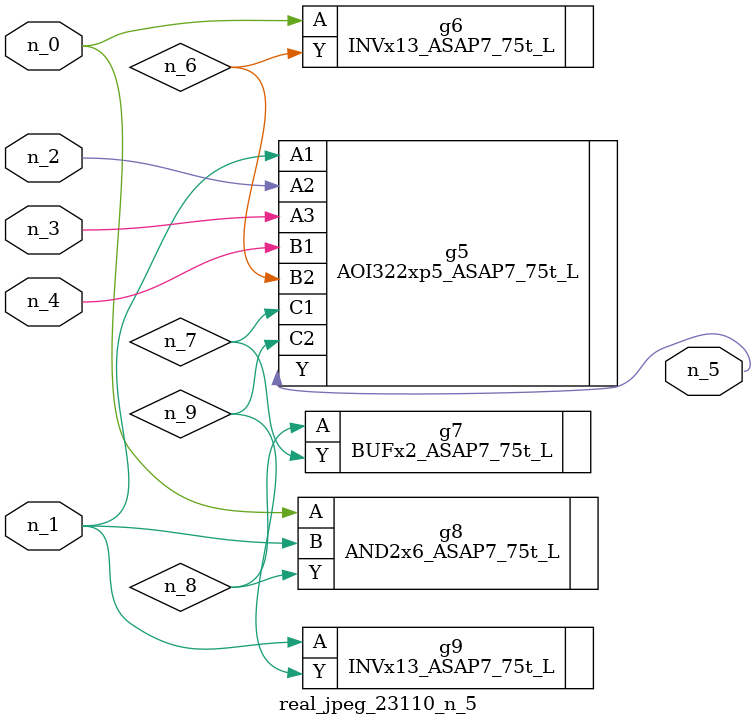
<source format=v>
module real_jpeg_23110_n_5 (n_4, n_0, n_1, n_2, n_3, n_5);

input n_4;
input n_0;
input n_1;
input n_2;
input n_3;

output n_5;

wire n_8;
wire n_6;
wire n_7;
wire n_9;

INVx13_ASAP7_75t_L g6 ( 
.A(n_0),
.Y(n_6)
);

AND2x6_ASAP7_75t_L g8 ( 
.A(n_0),
.B(n_1),
.Y(n_8)
);

AOI322xp5_ASAP7_75t_L g5 ( 
.A1(n_1),
.A2(n_2),
.A3(n_3),
.B1(n_4),
.B2(n_6),
.C1(n_7),
.C2(n_9),
.Y(n_5)
);

INVx13_ASAP7_75t_L g9 ( 
.A(n_1),
.Y(n_9)
);

BUFx2_ASAP7_75t_L g7 ( 
.A(n_8),
.Y(n_7)
);


endmodule
</source>
